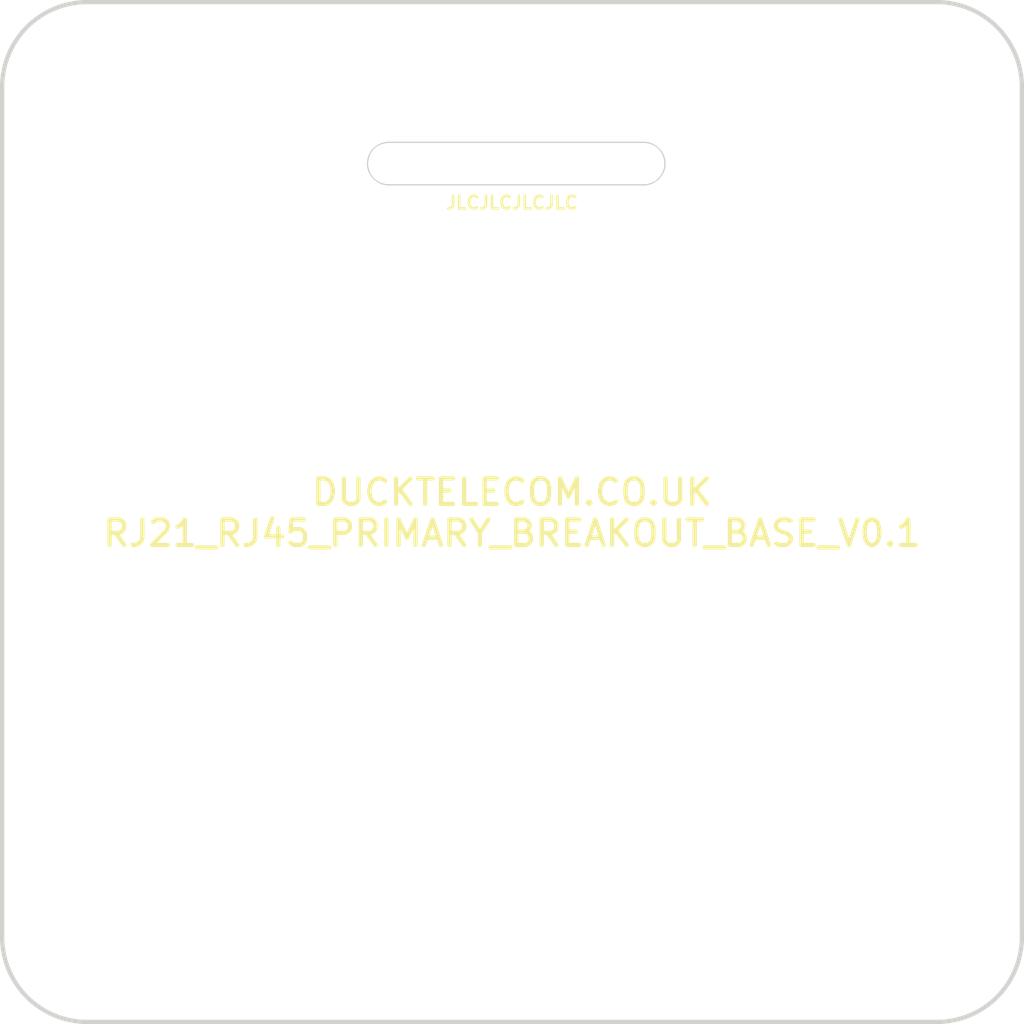
<source format=kicad_pcb>
(kicad_pcb (version 20171130) (host pcbnew "(5.1.10-1-10_14)")

  (general
    (thickness 1.6)
    (drawings 14)
    (tracks 0)
    (zones 0)
    (modules 4)
    (nets 1)
  )

  (page A4)
  (layers
    (0 F.Cu signal)
    (31 B.Cu signal)
    (32 B.Adhes user)
    (33 F.Adhes user)
    (34 B.Paste user)
    (35 F.Paste user)
    (36 B.SilkS user)
    (37 F.SilkS user)
    (38 B.Mask user)
    (39 F.Mask user)
    (40 Dwgs.User user)
    (41 Cmts.User user)
    (42 Eco1.User user)
    (43 Eco2.User user)
    (44 Edge.Cuts user)
    (45 Margin user)
    (46 B.CrtYd user)
    (47 F.CrtYd user)
    (48 B.Fab user)
    (49 F.Fab user)
  )

  (setup
    (last_trace_width 0.25)
    (trace_clearance 0.2)
    (zone_clearance 0.508)
    (zone_45_only no)
    (trace_min 0.2)
    (via_size 0.8)
    (via_drill 0.4)
    (via_min_size 0.4)
    (via_min_drill 0.3)
    (uvia_size 0.3)
    (uvia_drill 0.1)
    (uvias_allowed no)
    (uvia_min_size 0.2)
    (uvia_min_drill 0.1)
    (edge_width 0.05)
    (segment_width 0.2)
    (pcb_text_width 0.3)
    (pcb_text_size 1.5 1.5)
    (mod_edge_width 0.12)
    (mod_text_size 1 1)
    (mod_text_width 0.15)
    (pad_size 5.3 5.3)
    (pad_drill 5.3)
    (pad_to_mask_clearance 0)
    (aux_axis_origin 0 0)
    (visible_elements FFFFFF7F)
    (pcbplotparams
      (layerselection 0x010fc_ffffffff)
      (usegerberextensions true)
      (usegerberattributes true)
      (usegerberadvancedattributes true)
      (creategerberjobfile false)
      (excludeedgelayer true)
      (linewidth 0.100000)
      (plotframeref false)
      (viasonmask false)
      (mode 1)
      (useauxorigin false)
      (hpglpennumber 1)
      (hpglpenspeed 20)
      (hpglpendiameter 15.000000)
      (psnegative false)
      (psa4output false)
      (plotreference true)
      (plotvalue false)
      (plotinvisibletext false)
      (padsonsilk false)
      (subtractmaskfromsilk true)
      (outputformat 1)
      (mirror false)
      (drillshape 0)
      (scaleselection 1)
      (outputdirectory "/Users/matthew/Documents/Devel/kicad/RJ21_RJ45_PRIMARY_BREAKOUT/gerbers/"))
  )

  (net 0 "")

  (net_class Default "This is the default net class."
    (clearance 0.2)
    (trace_width 0.25)
    (via_dia 0.8)
    (via_drill 0.4)
    (uvia_dia 0.3)
    (uvia_drill 0.1)
  )

  (module MountingHole:MountingHole_3.2mm_M3 (layer F.Cu) (tedit 56D1B4CB) (tstamp 6200A09B)
    (at 53 157.1)
    (descr "Mounting Hole 3.2mm, no annular, M3")
    (tags "mounting hole 3.2mm no annular m3")
    (attr virtual)
    (fp_text reference REF** (at 0 -4.2) (layer F.SilkS) hide
      (effects (font (size 1 1) (thickness 0.15)))
    )
    (fp_text value MountingHole_3.2mm_M3 (at 0 4.2) (layer F.Fab) hide
      (effects (font (size 1 1) (thickness 0.15)))
    )
    (fp_circle (center 0 0) (end 3.2 0) (layer Cmts.User) (width 0.15))
    (fp_circle (center 0 0) (end 3.45 0) (layer F.CrtYd) (width 0.05))
    (fp_text user %R (at 0.3 0) (layer F.Fab) hide
      (effects (font (size 1 1) (thickness 0.15)))
    )
    (pad 1 np_thru_hole circle (at 0 0) (size 3.2 3.2) (drill 3.2) (layers *.Cu *.Mask))
  )

  (module MountingHole:MountingHole_3.2mm_M3 (layer F.Cu) (tedit 56D1B4CB) (tstamp 6200A07D)
    (at 153 157.1)
    (descr "Mounting Hole 3.2mm, no annular, M3")
    (tags "mounting hole 3.2mm no annular m3")
    (attr virtual)
    (fp_text reference REF** (at 0 -4.2) (layer F.SilkS) hide
      (effects (font (size 1 1) (thickness 0.15)))
    )
    (fp_text value MountingHole_3.2mm_M3 (at 0 4.2) (layer F.Fab) hide
      (effects (font (size 1 1) (thickness 0.15)))
    )
    (fp_circle (center 0 0) (end 3.45 0) (layer F.CrtYd) (width 0.05))
    (fp_circle (center 0 0) (end 3.2 0) (layer Cmts.User) (width 0.15))
    (fp_text user %R (at 0.3 0) (layer F.Fab) hide
      (effects (font (size 1 1) (thickness 0.15)))
    )
    (pad 1 np_thru_hole circle (at 0 0) (size 3.2 3.2) (drill 3.2) (layers *.Cu *.Mask))
  )

  (module MountingHole:MountingHole_3.2mm_M3 (layer F.Cu) (tedit 56D1B4CB) (tstamp 6200A052)
    (at 153 57.1)
    (descr "Mounting Hole 3.2mm, no annular, M3")
    (tags "mounting hole 3.2mm no annular m3")
    (attr virtual)
    (fp_text reference REF** (at 0 -4.2) (layer F.SilkS) hide
      (effects (font (size 1 1) (thickness 0.15)))
    )
    (fp_text value MountingHole_3.2mm_M3 (at 0 4.2) (layer F.Fab) hide
      (effects (font (size 1 1) (thickness 0.15)))
    )
    (fp_circle (center 0 0) (end 3.2 0) (layer Cmts.User) (width 0.15))
    (fp_circle (center 0 0) (end 3.45 0) (layer F.CrtYd) (width 0.05))
    (fp_text user %R (at 0.3 0) (layer F.Fab) hide
      (effects (font (size 1 1) (thickness 0.15)))
    )
    (pad 1 np_thru_hole circle (at 0 0) (size 3.2 3.2) (drill 3.2) (layers *.Cu *.Mask))
  )

  (module MountingHole:MountingHole_3.2mm_M3 (layer F.Cu) (tedit 56D1B4CB) (tstamp 6200A010)
    (at 53 57.1)
    (descr "Mounting Hole 3.2mm, no annular, M3")
    (tags "mounting hole 3.2mm no annular m3")
    (attr virtual)
    (fp_text reference REF** (at 0 -4.2) (layer F.SilkS) hide
      (effects (font (size 1 1) (thickness 0.15)))
    )
    (fp_text value MountingHole_3.2mm_M3 (at 0 4.2) (layer F.Fab) hide
      (effects (font (size 1 1) (thickness 0.15)))
    )
    (fp_circle (center 0 0) (end 3.45 0) (layer F.CrtYd) (width 0.05))
    (fp_circle (center 0 0) (end 3.2 0) (layer Cmts.User) (width 0.15))
    (fp_text user %R (at 0.3 0) (layer F.Fab) hide
      (effects (font (size 1 1) (thickness 0.15)))
    )
    (pad 1 np_thru_hole circle (at 0 0) (size 3.2 3.2) (drill 3.2) (layers *.Cu *.Mask))
  )

  (gr_text "DUCKTELECOM.CO.UK\nRJ21_RJ45_PRIMARY_BREAKOUT_BASE_V0.1" (at 103 107.2) (layer F.SilkS)
    (effects (font (size 3 3) (thickness 0.5)))
  )
  (gr_text JLCJLCJLCJLC (at 103 70.7) (layer F.SilkS)
    (effects (font (size 1.5 1.5) (thickness 0.3)))
  )
  (gr_arc (start 118.5 66.1) (end 118.5 68.6) (angle -180) (layer Edge.Cuts) (width 0.15) (tstamp 6200D3A9))
  (gr_arc (start 88.5 66.1) (end 88.5 63.6) (angle -180) (layer Edge.Cuts) (width 0.15))
  (gr_line (start 88.5 68.6) (end 118.5 68.6) (layer Edge.Cuts) (width 0.15) (tstamp 6200D3A1))
  (gr_line (start 88.5 63.6) (end 118.5 63.6) (layer Edge.Cuts) (width 0.15))
  (gr_arc (start 153 57.1) (end 163 57.1) (angle -90) (layer Edge.Cuts) (width 0.5) (tstamp 6200C32F))
  (gr_arc (start 153 157.1) (end 153 167.1) (angle -90) (layer Edge.Cuts) (width 0.5) (tstamp 6200C32C))
  (gr_arc (start 53 157.1) (end 43 157.1) (angle -90) (layer Edge.Cuts) (width 0.5) (tstamp 6200C325))
  (gr_arc (start 53 57.1) (end 53 47.1) (angle -90) (layer Edge.Cuts) (width 0.5))
  (gr_line (start 53 47.1) (end 153 47.1) (layer Edge.Cuts) (width 0.5) (tstamp 61FF5CA5))
  (gr_line (start 43 57.1) (end 43 157.1) (layer Edge.Cuts) (width 0.5) (tstamp 61FF5CAD))
  (gr_line (start 153 167.1) (end 53 167.1) (layer Edge.Cuts) (width 0.5) (tstamp 620087FF))
  (gr_line (start 163 57.1) (end 163 157.1) (layer Edge.Cuts) (width 0.5) (tstamp 61FF60F7))

)

</source>
